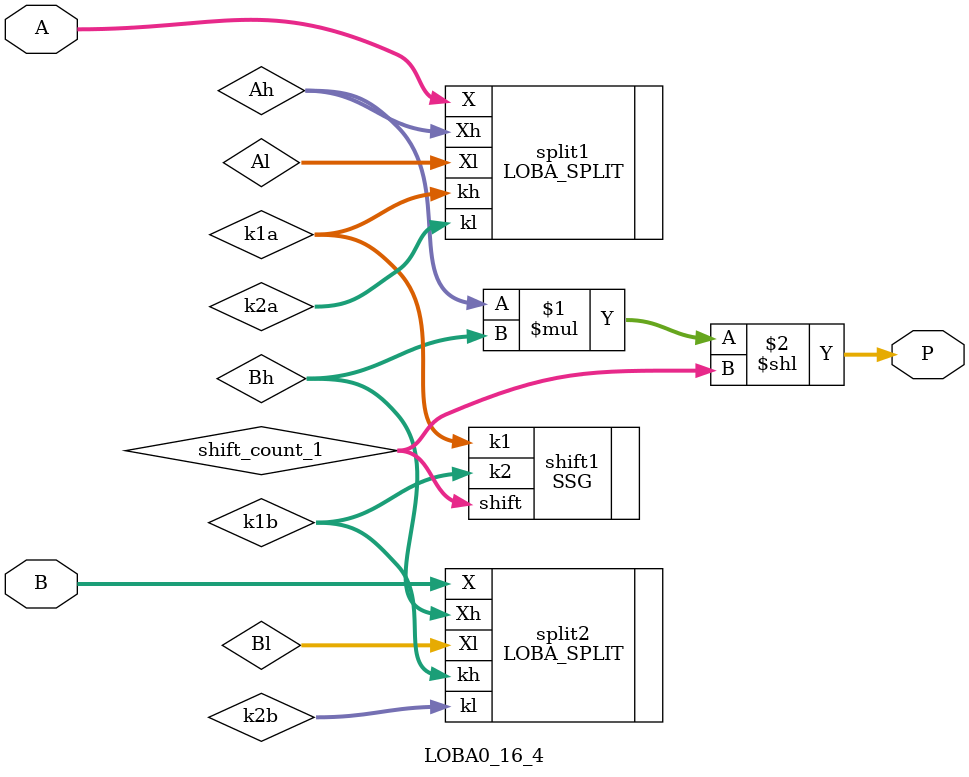
<source format=v>
`include "LOBA_SPLIT.v"
`include "LOBD.v"
`include "SSG.v"

module LOBA0_16_4 (A, B, P);

    input [15:0] A;
    input [15:0] B;
    output [31:0] P;

    wire [15:0] Ah;
    wire [15:0] Al;
    wire [3:0] k1a;
    wire [3:0] k2a;

    wire [15:0] Bh;
    wire [15:0] Bl;
    wire [3:0] k1b;
    wire [3:0] k2b;

    reg [$clog2(32)-1:0] shift_count_1;

    LOBA_SPLIT split1 (.X(A), .Xh(Ah), .kh(k1a), .Xl(Al), .kl(k2a));
    LOBA_SPLIT split2 (.X(B), .Xh(Bh), .kh(k1b), .Xl(Bl), .kl(k2b));
    SSG shift1 (.k1(k1a), .k2(k1b), .shift(shift_count_1));

    assign P =
        ((Ah * Bh) << shift_count_1);

endmodule

</source>
